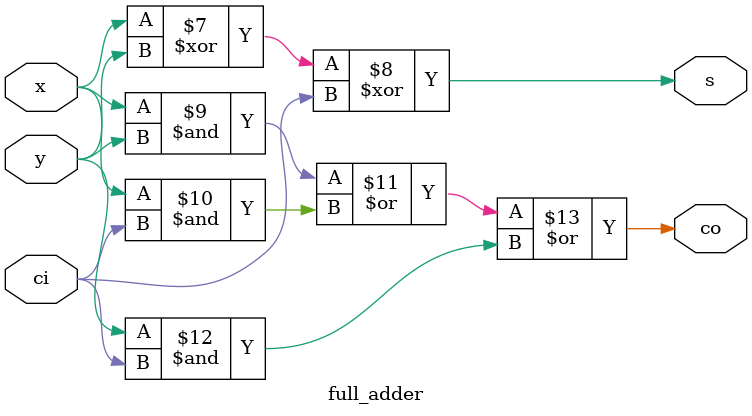
<source format=v>
module sg_multiplier(clock, resetn, in_sg_A, in_sg_B, multiplier_out);
	input clock, resetn;
	
	input [10:0] in_sg_A, in_sg_B;
	
	output [21:0] multiplier_out;
	
	//bw = 11, Array multiplier (pipeline)
	
	wire [21:0] partials[10:0];
	
	wire [21:0] sum[10:0];
	wire [22:0] carry[10:0];
	
	reg [21:0] temp_s[10:0];
	reg [21:0] temp_p[10:0][10:0];
	
	genvar i;
	generate
		for (i=0 ; i<11 ; i=i+1) begin: mul_part
			assign partials[i] = {in_sg_A&{11{in_sg_B[i]}}} << i;
		end
	endgenerate
	
	genvar j;
	generate
		for (j=0 ; j<11 ; j=j+1) begin: mul_carry
			assign carry[j][0] = 1'b0;
		end
	endgenerate
	
	assign sum[0] = partials[0];
	
	genvar r, c;
	generate
		for (r=1;r<11;r=r+1) begin:psum_row
			for(c=0 ; c<22 ; c=c+1) begin: psum_col
				full_adder u0(.x(temp_p[r][r][c]), .y(temp_s[r-1][c]), .ci(carry[r][c]), .co(carry[r][c+1]), .s(sum[r][c]));
			end
		end
	endgenerate
	
	integer k,l;
	always@(posedge clock, negedge resetn) begin
		if(!resetn) begin
			//multiplier_out <=0;
			for(k=0 ; k<11 ; k=k+1) begin
				temp_s[k] <= {(21){1'b0}};
			end
		end
		else begin
			//multiplier_out <= sum[10];
			for(k=0 ; k<11 ; k=k+1) begin
				for(l=0 ; l<22 ; l=l+1) begin
					temp_s[k][l] <= sum[k][l];
				end
			end
			
			for(l=0 ; l<11 ; l=l+1) begin
				temp_p[1][l] <= partials[l];
			end
			
			for(k=2 ; k<11 ; k=k+1) begin
				for(l=0 ; l<11 ; l=l+1) begin
					temp_p[k][l] <= temp_p[k-1][l];
				end
			end
		end
	end
	assign multiplier_out = sum[10];
	
endmodule

	


/////////////////////////////////////////////
	
module full_adder(x,y,ci,co,s);
	input x, y, ci;
	output co, s;
	
	assign s = x^y^ci;
	assign co = (x&y)|(x&ci)|(y&ci);

endmodule 

</source>
